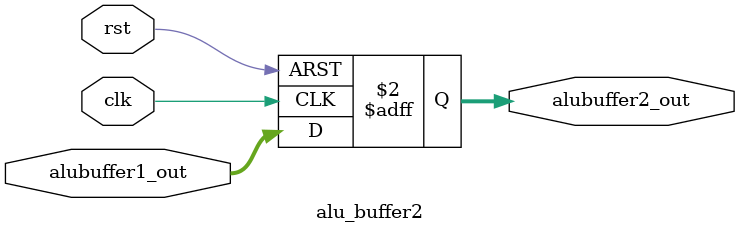
<source format=sv>
module alu_buffer2
(
    input  logic        clk,
    input  logic        rst,
    input  logic [31:0] alubuffer1_out,       // Input from the main PC
    output logic [31:0] alubuffer2_out      // Output to Decode stage
);
    always_ff @(posedge clk or posedge rst)
    begin
        if (rst)
            alubuffer2_out <= 32'b0;         // Reset value
        else
            alubuffer2_out <= alubuffer1_out;         // Pass PC to Decode stage
    end
endmodule
</source>
